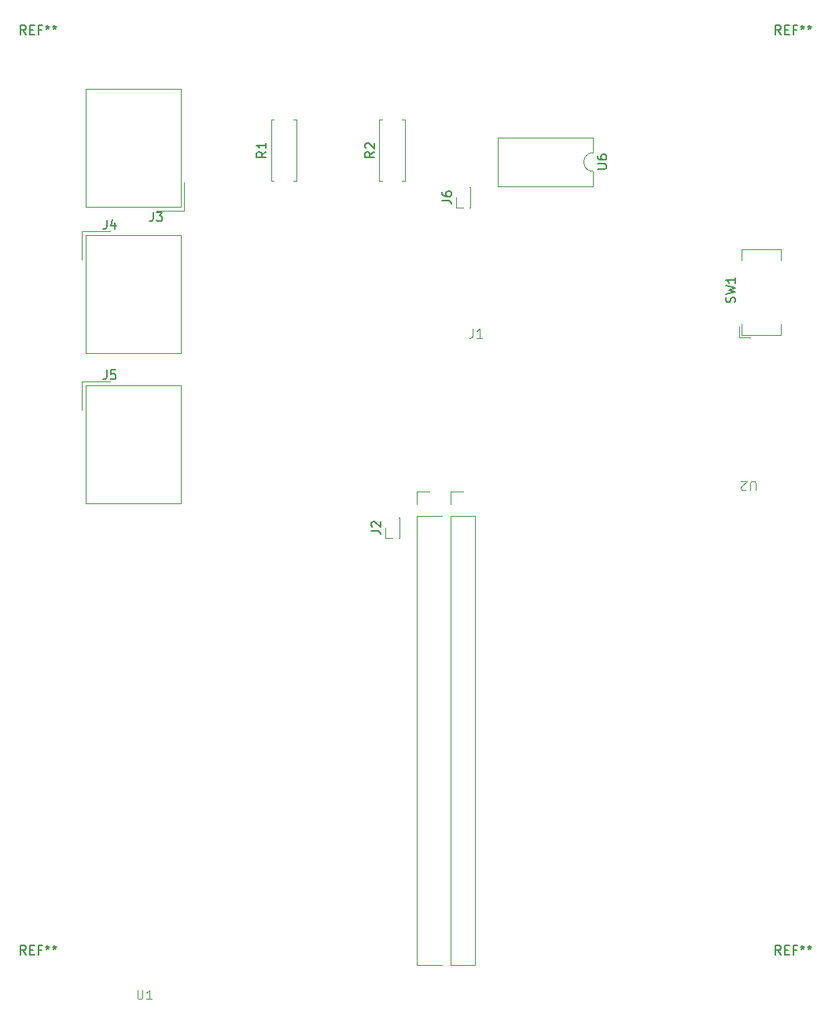
<source format=gbr>
%TF.GenerationSoftware,KiCad,Pcbnew,7.0.5*%
%TF.CreationDate,2023-06-09T13:26:19-05:00*%
%TF.ProjectId,pcbpai,70636270-6169-42e6-9b69-6361645f7063,rev?*%
%TF.SameCoordinates,Original*%
%TF.FileFunction,Legend,Top*%
%TF.FilePolarity,Positive*%
%FSLAX46Y46*%
G04 Gerber Fmt 4.6, Leading zero omitted, Abs format (unit mm)*
G04 Created by KiCad (PCBNEW 7.0.5) date 2023-06-09 13:26:19*
%MOMM*%
%LPD*%
G01*
G04 APERTURE LIST*
%ADD10C,0.150000*%
%ADD11C,0.100000*%
%ADD12C,0.120000*%
G04 APERTURE END LIST*
D10*
%TO.C,REF\u002A\u002A*%
X125666666Y-155174819D02*
X125333333Y-154698628D01*
X125095238Y-155174819D02*
X125095238Y-154174819D01*
X125095238Y-154174819D02*
X125476190Y-154174819D01*
X125476190Y-154174819D02*
X125571428Y-154222438D01*
X125571428Y-154222438D02*
X125619047Y-154270057D01*
X125619047Y-154270057D02*
X125666666Y-154365295D01*
X125666666Y-154365295D02*
X125666666Y-154508152D01*
X125666666Y-154508152D02*
X125619047Y-154603390D01*
X125619047Y-154603390D02*
X125571428Y-154651009D01*
X125571428Y-154651009D02*
X125476190Y-154698628D01*
X125476190Y-154698628D02*
X125095238Y-154698628D01*
X126095238Y-154651009D02*
X126428571Y-154651009D01*
X126571428Y-155174819D02*
X126095238Y-155174819D01*
X126095238Y-155174819D02*
X126095238Y-154174819D01*
X126095238Y-154174819D02*
X126571428Y-154174819D01*
X127333333Y-154651009D02*
X127000000Y-154651009D01*
X127000000Y-155174819D02*
X127000000Y-154174819D01*
X127000000Y-154174819D02*
X127476190Y-154174819D01*
X128000000Y-154174819D02*
X128000000Y-154412914D01*
X127761905Y-154317676D02*
X128000000Y-154412914D01*
X128000000Y-154412914D02*
X128238095Y-154317676D01*
X127857143Y-154603390D02*
X128000000Y-154412914D01*
X128000000Y-154412914D02*
X128142857Y-154603390D01*
X128761905Y-154174819D02*
X128761905Y-154412914D01*
X128523810Y-154317676D02*
X128761905Y-154412914D01*
X128761905Y-154412914D02*
X129000000Y-154317676D01*
X128619048Y-154603390D02*
X128761905Y-154412914D01*
X128761905Y-154412914D02*
X128904762Y-154603390D01*
X206946666Y-155174819D02*
X206613333Y-154698628D01*
X206375238Y-155174819D02*
X206375238Y-154174819D01*
X206375238Y-154174819D02*
X206756190Y-154174819D01*
X206756190Y-154174819D02*
X206851428Y-154222438D01*
X206851428Y-154222438D02*
X206899047Y-154270057D01*
X206899047Y-154270057D02*
X206946666Y-154365295D01*
X206946666Y-154365295D02*
X206946666Y-154508152D01*
X206946666Y-154508152D02*
X206899047Y-154603390D01*
X206899047Y-154603390D02*
X206851428Y-154651009D01*
X206851428Y-154651009D02*
X206756190Y-154698628D01*
X206756190Y-154698628D02*
X206375238Y-154698628D01*
X207375238Y-154651009D02*
X207708571Y-154651009D01*
X207851428Y-155174819D02*
X207375238Y-155174819D01*
X207375238Y-155174819D02*
X207375238Y-154174819D01*
X207375238Y-154174819D02*
X207851428Y-154174819D01*
X208613333Y-154651009D02*
X208280000Y-154651009D01*
X208280000Y-155174819D02*
X208280000Y-154174819D01*
X208280000Y-154174819D02*
X208756190Y-154174819D01*
X209280000Y-154174819D02*
X209280000Y-154412914D01*
X209041905Y-154317676D02*
X209280000Y-154412914D01*
X209280000Y-154412914D02*
X209518095Y-154317676D01*
X209137143Y-154603390D02*
X209280000Y-154412914D01*
X209280000Y-154412914D02*
X209422857Y-154603390D01*
X210041905Y-154174819D02*
X210041905Y-154412914D01*
X209803810Y-154317676D02*
X210041905Y-154412914D01*
X210041905Y-154412914D02*
X210280000Y-154317676D01*
X209899048Y-154603390D02*
X210041905Y-154412914D01*
X210041905Y-154412914D02*
X210184762Y-154603390D01*
X206946666Y-56114819D02*
X206613333Y-55638628D01*
X206375238Y-56114819D02*
X206375238Y-55114819D01*
X206375238Y-55114819D02*
X206756190Y-55114819D01*
X206756190Y-55114819D02*
X206851428Y-55162438D01*
X206851428Y-55162438D02*
X206899047Y-55210057D01*
X206899047Y-55210057D02*
X206946666Y-55305295D01*
X206946666Y-55305295D02*
X206946666Y-55448152D01*
X206946666Y-55448152D02*
X206899047Y-55543390D01*
X206899047Y-55543390D02*
X206851428Y-55591009D01*
X206851428Y-55591009D02*
X206756190Y-55638628D01*
X206756190Y-55638628D02*
X206375238Y-55638628D01*
X207375238Y-55591009D02*
X207708571Y-55591009D01*
X207851428Y-56114819D02*
X207375238Y-56114819D01*
X207375238Y-56114819D02*
X207375238Y-55114819D01*
X207375238Y-55114819D02*
X207851428Y-55114819D01*
X208613333Y-55591009D02*
X208280000Y-55591009D01*
X208280000Y-56114819D02*
X208280000Y-55114819D01*
X208280000Y-55114819D02*
X208756190Y-55114819D01*
X209280000Y-55114819D02*
X209280000Y-55352914D01*
X209041905Y-55257676D02*
X209280000Y-55352914D01*
X209280000Y-55352914D02*
X209518095Y-55257676D01*
X209137143Y-55543390D02*
X209280000Y-55352914D01*
X209280000Y-55352914D02*
X209422857Y-55543390D01*
X210041905Y-55114819D02*
X210041905Y-55352914D01*
X209803810Y-55257676D02*
X210041905Y-55352914D01*
X210041905Y-55352914D02*
X210280000Y-55257676D01*
X209899048Y-55543390D02*
X210041905Y-55352914D01*
X210041905Y-55352914D02*
X210184762Y-55543390D01*
X125666666Y-56114819D02*
X125333333Y-55638628D01*
X125095238Y-56114819D02*
X125095238Y-55114819D01*
X125095238Y-55114819D02*
X125476190Y-55114819D01*
X125476190Y-55114819D02*
X125571428Y-55162438D01*
X125571428Y-55162438D02*
X125619047Y-55210057D01*
X125619047Y-55210057D02*
X125666666Y-55305295D01*
X125666666Y-55305295D02*
X125666666Y-55448152D01*
X125666666Y-55448152D02*
X125619047Y-55543390D01*
X125619047Y-55543390D02*
X125571428Y-55591009D01*
X125571428Y-55591009D02*
X125476190Y-55638628D01*
X125476190Y-55638628D02*
X125095238Y-55638628D01*
X126095238Y-55591009D02*
X126428571Y-55591009D01*
X126571428Y-56114819D02*
X126095238Y-56114819D01*
X126095238Y-56114819D02*
X126095238Y-55114819D01*
X126095238Y-55114819D02*
X126571428Y-55114819D01*
X127333333Y-55591009D02*
X127000000Y-55591009D01*
X127000000Y-56114819D02*
X127000000Y-55114819D01*
X127000000Y-55114819D02*
X127476190Y-55114819D01*
X128000000Y-55114819D02*
X128000000Y-55352914D01*
X127761905Y-55257676D02*
X128000000Y-55352914D01*
X128000000Y-55352914D02*
X128238095Y-55257676D01*
X127857143Y-55543390D02*
X128000000Y-55352914D01*
X128000000Y-55352914D02*
X128142857Y-55543390D01*
X128761905Y-55114819D02*
X128761905Y-55352914D01*
X128523810Y-55257676D02*
X128761905Y-55352914D01*
X128761905Y-55352914D02*
X129000000Y-55257676D01*
X128619048Y-55543390D02*
X128761905Y-55352914D01*
X128761905Y-55352914D02*
X128904762Y-55543390D01*
D11*
%TO.C,J1*%
X173786666Y-87777419D02*
X173786666Y-88491704D01*
X173786666Y-88491704D02*
X173739047Y-88634561D01*
X173739047Y-88634561D02*
X173643809Y-88729800D01*
X173643809Y-88729800D02*
X173500952Y-88777419D01*
X173500952Y-88777419D02*
X173405714Y-88777419D01*
X174786666Y-88777419D02*
X174215238Y-88777419D01*
X174500952Y-88777419D02*
X174500952Y-87777419D01*
X174500952Y-87777419D02*
X174405714Y-87920276D01*
X174405714Y-87920276D02*
X174310476Y-88015514D01*
X174310476Y-88015514D02*
X174215238Y-88063133D01*
D10*
%TO.C,R1*%
X151514819Y-68746666D02*
X151038628Y-69079999D01*
X151514819Y-69318094D02*
X150514819Y-69318094D01*
X150514819Y-69318094D02*
X150514819Y-68937142D01*
X150514819Y-68937142D02*
X150562438Y-68841904D01*
X150562438Y-68841904D02*
X150610057Y-68794285D01*
X150610057Y-68794285D02*
X150705295Y-68746666D01*
X150705295Y-68746666D02*
X150848152Y-68746666D01*
X150848152Y-68746666D02*
X150943390Y-68794285D01*
X150943390Y-68794285D02*
X150991009Y-68841904D01*
X150991009Y-68841904D02*
X151038628Y-68937142D01*
X151038628Y-68937142D02*
X151038628Y-69318094D01*
X151514819Y-67794285D02*
X151514819Y-68365713D01*
X151514819Y-68079999D02*
X150514819Y-68079999D01*
X150514819Y-68079999D02*
X150657676Y-68175237D01*
X150657676Y-68175237D02*
X150752914Y-68270475D01*
X150752914Y-68270475D02*
X150800533Y-68365713D01*
%TO.C,U6*%
X187204819Y-70611904D02*
X188014342Y-70611904D01*
X188014342Y-70611904D02*
X188109580Y-70564285D01*
X188109580Y-70564285D02*
X188157200Y-70516666D01*
X188157200Y-70516666D02*
X188204819Y-70421428D01*
X188204819Y-70421428D02*
X188204819Y-70230952D01*
X188204819Y-70230952D02*
X188157200Y-70135714D01*
X188157200Y-70135714D02*
X188109580Y-70088095D01*
X188109580Y-70088095D02*
X188014342Y-70040476D01*
X188014342Y-70040476D02*
X187204819Y-70040476D01*
X187204819Y-69135714D02*
X187204819Y-69326190D01*
X187204819Y-69326190D02*
X187252438Y-69421428D01*
X187252438Y-69421428D02*
X187300057Y-69469047D01*
X187300057Y-69469047D02*
X187442914Y-69564285D01*
X187442914Y-69564285D02*
X187633390Y-69611904D01*
X187633390Y-69611904D02*
X188014342Y-69611904D01*
X188014342Y-69611904D02*
X188109580Y-69564285D01*
X188109580Y-69564285D02*
X188157200Y-69516666D01*
X188157200Y-69516666D02*
X188204819Y-69421428D01*
X188204819Y-69421428D02*
X188204819Y-69230952D01*
X188204819Y-69230952D02*
X188157200Y-69135714D01*
X188157200Y-69135714D02*
X188109580Y-69088095D01*
X188109580Y-69088095D02*
X188014342Y-69040476D01*
X188014342Y-69040476D02*
X187776247Y-69040476D01*
X187776247Y-69040476D02*
X187681009Y-69088095D01*
X187681009Y-69088095D02*
X187633390Y-69135714D01*
X187633390Y-69135714D02*
X187585771Y-69230952D01*
X187585771Y-69230952D02*
X187585771Y-69421428D01*
X187585771Y-69421428D02*
X187633390Y-69516666D01*
X187633390Y-69516666D02*
X187681009Y-69564285D01*
X187681009Y-69564285D02*
X187776247Y-69611904D01*
%TO.C,J3*%
X139366666Y-75234819D02*
X139366666Y-75949104D01*
X139366666Y-75949104D02*
X139319047Y-76091961D01*
X139319047Y-76091961D02*
X139223809Y-76187200D01*
X139223809Y-76187200D02*
X139080952Y-76234819D01*
X139080952Y-76234819D02*
X138985714Y-76234819D01*
X139747619Y-75234819D02*
X140366666Y-75234819D01*
X140366666Y-75234819D02*
X140033333Y-75615771D01*
X140033333Y-75615771D02*
X140176190Y-75615771D01*
X140176190Y-75615771D02*
X140271428Y-75663390D01*
X140271428Y-75663390D02*
X140319047Y-75711009D01*
X140319047Y-75711009D02*
X140366666Y-75806247D01*
X140366666Y-75806247D02*
X140366666Y-76044342D01*
X140366666Y-76044342D02*
X140319047Y-76139580D01*
X140319047Y-76139580D02*
X140271428Y-76187200D01*
X140271428Y-76187200D02*
X140176190Y-76234819D01*
X140176190Y-76234819D02*
X139890476Y-76234819D01*
X139890476Y-76234819D02*
X139795238Y-76187200D01*
X139795238Y-76187200D02*
X139747619Y-76139580D01*
%TO.C,J4*%
X134366666Y-76074819D02*
X134366666Y-76789104D01*
X134366666Y-76789104D02*
X134319047Y-76931961D01*
X134319047Y-76931961D02*
X134223809Y-77027200D01*
X134223809Y-77027200D02*
X134080952Y-77074819D01*
X134080952Y-77074819D02*
X133985714Y-77074819D01*
X135271428Y-76408152D02*
X135271428Y-77074819D01*
X135033333Y-76027200D02*
X134795238Y-76741485D01*
X134795238Y-76741485D02*
X135414285Y-76741485D01*
D11*
%TO.C,U2*%
X204231904Y-105182580D02*
X204231904Y-104373057D01*
X204231904Y-104373057D02*
X204184285Y-104277819D01*
X204184285Y-104277819D02*
X204136666Y-104230200D01*
X204136666Y-104230200D02*
X204041428Y-104182580D01*
X204041428Y-104182580D02*
X203850952Y-104182580D01*
X203850952Y-104182580D02*
X203755714Y-104230200D01*
X203755714Y-104230200D02*
X203708095Y-104277819D01*
X203708095Y-104277819D02*
X203660476Y-104373057D01*
X203660476Y-104373057D02*
X203660476Y-105182580D01*
X203231904Y-105087342D02*
X203184285Y-105134961D01*
X203184285Y-105134961D02*
X203089047Y-105182580D01*
X203089047Y-105182580D02*
X202850952Y-105182580D01*
X202850952Y-105182580D02*
X202755714Y-105134961D01*
X202755714Y-105134961D02*
X202708095Y-105087342D01*
X202708095Y-105087342D02*
X202660476Y-104992104D01*
X202660476Y-104992104D02*
X202660476Y-104896866D01*
X202660476Y-104896866D02*
X202708095Y-104754009D01*
X202708095Y-104754009D02*
X203279523Y-104182580D01*
X203279523Y-104182580D02*
X202660476Y-104182580D01*
D10*
%TO.C,J2*%
X162859819Y-109553333D02*
X163574104Y-109553333D01*
X163574104Y-109553333D02*
X163716961Y-109600952D01*
X163716961Y-109600952D02*
X163812200Y-109696190D01*
X163812200Y-109696190D02*
X163859819Y-109839047D01*
X163859819Y-109839047D02*
X163859819Y-109934285D01*
X162955057Y-109124761D02*
X162907438Y-109077142D01*
X162907438Y-109077142D02*
X162859819Y-108981904D01*
X162859819Y-108981904D02*
X162859819Y-108743809D01*
X162859819Y-108743809D02*
X162907438Y-108648571D01*
X162907438Y-108648571D02*
X162955057Y-108600952D01*
X162955057Y-108600952D02*
X163050295Y-108553333D01*
X163050295Y-108553333D02*
X163145533Y-108553333D01*
X163145533Y-108553333D02*
X163288390Y-108600952D01*
X163288390Y-108600952D02*
X163859819Y-109172380D01*
X163859819Y-109172380D02*
X163859819Y-108553333D01*
%TO.C,J6*%
X170479819Y-73993333D02*
X171194104Y-73993333D01*
X171194104Y-73993333D02*
X171336961Y-74040952D01*
X171336961Y-74040952D02*
X171432200Y-74136190D01*
X171432200Y-74136190D02*
X171479819Y-74279047D01*
X171479819Y-74279047D02*
X171479819Y-74374285D01*
X170479819Y-73088571D02*
X170479819Y-73279047D01*
X170479819Y-73279047D02*
X170527438Y-73374285D01*
X170527438Y-73374285D02*
X170575057Y-73421904D01*
X170575057Y-73421904D02*
X170717914Y-73517142D01*
X170717914Y-73517142D02*
X170908390Y-73564761D01*
X170908390Y-73564761D02*
X171289342Y-73564761D01*
X171289342Y-73564761D02*
X171384580Y-73517142D01*
X171384580Y-73517142D02*
X171432200Y-73469523D01*
X171432200Y-73469523D02*
X171479819Y-73374285D01*
X171479819Y-73374285D02*
X171479819Y-73183809D01*
X171479819Y-73183809D02*
X171432200Y-73088571D01*
X171432200Y-73088571D02*
X171384580Y-73040952D01*
X171384580Y-73040952D02*
X171289342Y-72993333D01*
X171289342Y-72993333D02*
X171051247Y-72993333D01*
X171051247Y-72993333D02*
X170956009Y-73040952D01*
X170956009Y-73040952D02*
X170908390Y-73088571D01*
X170908390Y-73088571D02*
X170860771Y-73183809D01*
X170860771Y-73183809D02*
X170860771Y-73374285D01*
X170860771Y-73374285D02*
X170908390Y-73469523D01*
X170908390Y-73469523D02*
X170956009Y-73517142D01*
X170956009Y-73517142D02*
X171051247Y-73564761D01*
%TO.C,R2*%
X163184819Y-68746666D02*
X162708628Y-69079999D01*
X163184819Y-69318094D02*
X162184819Y-69318094D01*
X162184819Y-69318094D02*
X162184819Y-68937142D01*
X162184819Y-68937142D02*
X162232438Y-68841904D01*
X162232438Y-68841904D02*
X162280057Y-68794285D01*
X162280057Y-68794285D02*
X162375295Y-68746666D01*
X162375295Y-68746666D02*
X162518152Y-68746666D01*
X162518152Y-68746666D02*
X162613390Y-68794285D01*
X162613390Y-68794285D02*
X162661009Y-68841904D01*
X162661009Y-68841904D02*
X162708628Y-68937142D01*
X162708628Y-68937142D02*
X162708628Y-69318094D01*
X162280057Y-68365713D02*
X162232438Y-68318094D01*
X162232438Y-68318094D02*
X162184819Y-68222856D01*
X162184819Y-68222856D02*
X162184819Y-67984761D01*
X162184819Y-67984761D02*
X162232438Y-67889523D01*
X162232438Y-67889523D02*
X162280057Y-67841904D01*
X162280057Y-67841904D02*
X162375295Y-67794285D01*
X162375295Y-67794285D02*
X162470533Y-67794285D01*
X162470533Y-67794285D02*
X162613390Y-67841904D01*
X162613390Y-67841904D02*
X163184819Y-68413332D01*
X163184819Y-68413332D02*
X163184819Y-67794285D01*
D11*
%TO.C,U1*%
X137668095Y-158967419D02*
X137668095Y-159776942D01*
X137668095Y-159776942D02*
X137715714Y-159872180D01*
X137715714Y-159872180D02*
X137763333Y-159919800D01*
X137763333Y-159919800D02*
X137858571Y-159967419D01*
X137858571Y-159967419D02*
X138049047Y-159967419D01*
X138049047Y-159967419D02*
X138144285Y-159919800D01*
X138144285Y-159919800D02*
X138191904Y-159872180D01*
X138191904Y-159872180D02*
X138239523Y-159776942D01*
X138239523Y-159776942D02*
X138239523Y-158967419D01*
X139239523Y-159967419D02*
X138668095Y-159967419D01*
X138953809Y-159967419D02*
X138953809Y-158967419D01*
X138953809Y-158967419D02*
X138858571Y-159110276D01*
X138858571Y-159110276D02*
X138763333Y-159205514D01*
X138763333Y-159205514D02*
X138668095Y-159253133D01*
D10*
%TO.C,J5*%
X134366666Y-92239819D02*
X134366666Y-92954104D01*
X134366666Y-92954104D02*
X134319047Y-93096961D01*
X134319047Y-93096961D02*
X134223809Y-93192200D01*
X134223809Y-93192200D02*
X134080952Y-93239819D01*
X134080952Y-93239819D02*
X133985714Y-93239819D01*
X135319047Y-92239819D02*
X134842857Y-92239819D01*
X134842857Y-92239819D02*
X134795238Y-92716009D01*
X134795238Y-92716009D02*
X134842857Y-92668390D01*
X134842857Y-92668390D02*
X134938095Y-92620771D01*
X134938095Y-92620771D02*
X135176190Y-92620771D01*
X135176190Y-92620771D02*
X135271428Y-92668390D01*
X135271428Y-92668390D02*
X135319047Y-92716009D01*
X135319047Y-92716009D02*
X135366666Y-92811247D01*
X135366666Y-92811247D02*
X135366666Y-93049342D01*
X135366666Y-93049342D02*
X135319047Y-93144580D01*
X135319047Y-93144580D02*
X135271428Y-93192200D01*
X135271428Y-93192200D02*
X135176190Y-93239819D01*
X135176190Y-93239819D02*
X134938095Y-93239819D01*
X134938095Y-93239819D02*
X134842857Y-93192200D01*
X134842857Y-93192200D02*
X134795238Y-93144580D01*
%TO.C,SW1*%
X202007200Y-84943332D02*
X202054819Y-84800475D01*
X202054819Y-84800475D02*
X202054819Y-84562380D01*
X202054819Y-84562380D02*
X202007200Y-84467142D01*
X202007200Y-84467142D02*
X201959580Y-84419523D01*
X201959580Y-84419523D02*
X201864342Y-84371904D01*
X201864342Y-84371904D02*
X201769104Y-84371904D01*
X201769104Y-84371904D02*
X201673866Y-84419523D01*
X201673866Y-84419523D02*
X201626247Y-84467142D01*
X201626247Y-84467142D02*
X201578628Y-84562380D01*
X201578628Y-84562380D02*
X201531009Y-84752856D01*
X201531009Y-84752856D02*
X201483390Y-84848094D01*
X201483390Y-84848094D02*
X201435771Y-84895713D01*
X201435771Y-84895713D02*
X201340533Y-84943332D01*
X201340533Y-84943332D02*
X201245295Y-84943332D01*
X201245295Y-84943332D02*
X201150057Y-84895713D01*
X201150057Y-84895713D02*
X201102438Y-84848094D01*
X201102438Y-84848094D02*
X201054819Y-84752856D01*
X201054819Y-84752856D02*
X201054819Y-84514761D01*
X201054819Y-84514761D02*
X201102438Y-84371904D01*
X201054819Y-84038570D02*
X202054819Y-83800475D01*
X202054819Y-83800475D02*
X201340533Y-83609999D01*
X201340533Y-83609999D02*
X202054819Y-83419523D01*
X202054819Y-83419523D02*
X201054819Y-83181428D01*
X202054819Y-82276666D02*
X202054819Y-82848094D01*
X202054819Y-82562380D02*
X201054819Y-82562380D01*
X201054819Y-82562380D02*
X201197676Y-82657618D01*
X201197676Y-82657618D02*
X201292914Y-82752856D01*
X201292914Y-82752856D02*
X201340533Y-82848094D01*
D12*
%TO.C,R1*%
X152060000Y-71850000D02*
X152060000Y-65310000D01*
X152390000Y-71850000D02*
X152060000Y-71850000D01*
X154470000Y-71850000D02*
X154800000Y-71850000D01*
X154800000Y-71850000D02*
X154800000Y-65310000D01*
X152060000Y-65310000D02*
X152390000Y-65310000D01*
X154800000Y-65310000D02*
X154470000Y-65310000D01*
%TO.C,U6*%
X186750000Y-67200000D02*
X176470000Y-67200000D01*
X176470000Y-67200000D02*
X176470000Y-72500000D01*
X186750000Y-68850000D02*
X186750000Y-67200000D01*
X186750000Y-72500000D02*
X186750000Y-70850000D01*
X176470000Y-72500000D02*
X186750000Y-72500000D01*
X186750000Y-68850000D02*
G75*
G03*
X186750000Y-70850000I0J-1000000D01*
G01*
%TO.C,J3*%
X142700000Y-75080000D02*
X139700000Y-75080000D01*
X142700000Y-72080000D02*
X142700000Y-75080000D01*
X142320000Y-74700000D02*
X142320000Y-61960000D01*
X142320000Y-74700000D02*
X142320000Y-61960000D01*
X142320000Y-74700000D02*
X132080000Y-74700000D01*
X142320000Y-74700000D02*
X132080000Y-74700000D01*
X142320000Y-61960000D02*
X132080000Y-61960000D01*
X142320000Y-61960000D02*
X132080000Y-61960000D01*
X132080000Y-74700000D02*
X132080000Y-61960000D01*
X132080000Y-74700000D02*
X132080000Y-61960000D01*
%TO.C,J4*%
X131700000Y-77320000D02*
X134700000Y-77320000D01*
X131700000Y-80320000D02*
X131700000Y-77320000D01*
X132080000Y-77700000D02*
X132080000Y-90440000D01*
X132080000Y-77700000D02*
X132080000Y-90440000D01*
X132080000Y-77700000D02*
X142320000Y-77700000D01*
X132080000Y-77700000D02*
X142320000Y-77700000D01*
X132080000Y-90440000D02*
X142320000Y-90440000D01*
X132080000Y-90440000D02*
X142320000Y-90440000D01*
X142320000Y-77700000D02*
X142320000Y-90440000D01*
X142320000Y-77700000D02*
X142320000Y-90440000D01*
%TO.C,J2*%
X164340000Y-110330000D02*
X164340000Y-109220000D01*
X165100000Y-110330000D02*
X164340000Y-110330000D01*
X165860000Y-110330000D02*
X165795000Y-110330000D01*
X165860000Y-110330000D02*
X165860000Y-109783471D01*
X165860000Y-110330000D02*
X165860000Y-108110000D01*
X165860000Y-108656529D02*
X165860000Y-108110000D01*
X165860000Y-108110000D02*
X165795000Y-108110000D01*
%TO.C,J6*%
X171960000Y-74770000D02*
X171960000Y-73660000D01*
X172720000Y-74770000D02*
X171960000Y-74770000D01*
X173480000Y-74770000D02*
X173415000Y-74770000D01*
X173480000Y-74770000D02*
X173480000Y-74223471D01*
X173480000Y-74770000D02*
X173480000Y-72550000D01*
X173480000Y-73096529D02*
X173480000Y-72550000D01*
X173480000Y-72550000D02*
X173415000Y-72550000D01*
%TO.C,R2*%
X163730000Y-71850000D02*
X163730000Y-65310000D01*
X164060000Y-71850000D02*
X163730000Y-71850000D01*
X166140000Y-71850000D02*
X166470000Y-71850000D01*
X166470000Y-71850000D02*
X166470000Y-65310000D01*
X163730000Y-65310000D02*
X164060000Y-65310000D01*
X166470000Y-65310000D02*
X166140000Y-65310000D01*
%TO.C,J5*%
X131700000Y-93485000D02*
X134700000Y-93485000D01*
X131700000Y-96485000D02*
X131700000Y-93485000D01*
X132080000Y-93865000D02*
X132080000Y-106605000D01*
X132080000Y-93865000D02*
X132080000Y-106605000D01*
X132080000Y-93865000D02*
X142320000Y-93865000D01*
X132080000Y-93865000D02*
X142320000Y-93865000D01*
X132080000Y-106605000D02*
X142320000Y-106605000D01*
X132080000Y-106605000D02*
X142320000Y-106605000D01*
X142320000Y-93865000D02*
X142320000Y-106605000D01*
X142320000Y-93865000D02*
X142320000Y-106605000D01*
%TO.C,U3*%
X167790000Y-105350000D02*
X169120000Y-105350000D01*
X167790000Y-106680000D02*
X167790000Y-105350000D01*
X167790000Y-107950000D02*
X167790000Y-156270000D01*
X167790000Y-107950000D02*
X170450000Y-107950000D01*
X167790000Y-156270000D02*
X170450000Y-156270000D01*
X171390000Y-105350000D02*
X172720000Y-105350000D01*
X171390000Y-106680000D02*
X171390000Y-105350000D01*
X171390000Y-107950000D02*
X171390000Y-156270000D01*
X171390000Y-107950000D02*
X174050000Y-107950000D01*
X171390000Y-156270000D02*
X174050000Y-156270000D01*
X174050000Y-107950000D02*
X174050000Y-156270000D01*
%TO.C,SW1*%
X202450000Y-88760000D02*
X203650000Y-88760000D01*
X202750000Y-88460000D02*
X206950000Y-88460000D01*
X206950000Y-88460000D02*
X206950000Y-87260000D01*
X202450000Y-87560000D02*
X202450000Y-88760000D01*
X202750000Y-87260000D02*
X202750000Y-88460000D01*
X202750000Y-80460000D02*
X202750000Y-79260000D01*
X202750000Y-79260000D02*
X206950000Y-79260000D01*
X206950000Y-79260000D02*
X206950000Y-80460000D01*
%TD*%
M02*

</source>
